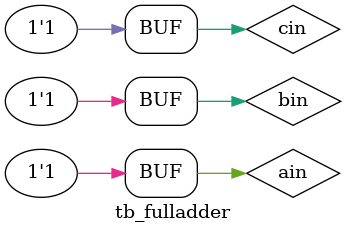
<source format=v>
module tb_fulladder;

reg ain, bin, cin;
wire sum;
wire cout;
wire [6:0] segBit;

full_adder test (
    .sum(sum),
    .cout(cout),
    .ain(ain),
    .bin(bin),
    .cin(cin)
);

// Instantiate the seven_segment_decoder module
seven_segment_decoder uut_decoder (
    .binary_input({cin, sum}),
    .segBit(segBit)
);

initial begin
    
    // Test cases
    ain = 1'b0; bin = 1'b0; cin = 1'b0; #10
    ain = 1'b1; bin = 1'b0; cin = 1'b0; #10
    ain = 1'b0; bin = 1'b1; cin = 1'b0; #10
    ain = 1'b1; bin = 1'b1; cin = 1'b0; #10
    ain = 1'b0; bin = 1'b0; cin = 1'b1; #10
    ain = 1'b1; bin = 1'b0; cin = 1'b1; #10
    ain = 1'b0; bin = 1'b1; cin = 1'b1; #10
    ain = 1'b1; bin = 1'b1; cin = 1'b1; #10;
	 
end

endmodule

</source>
